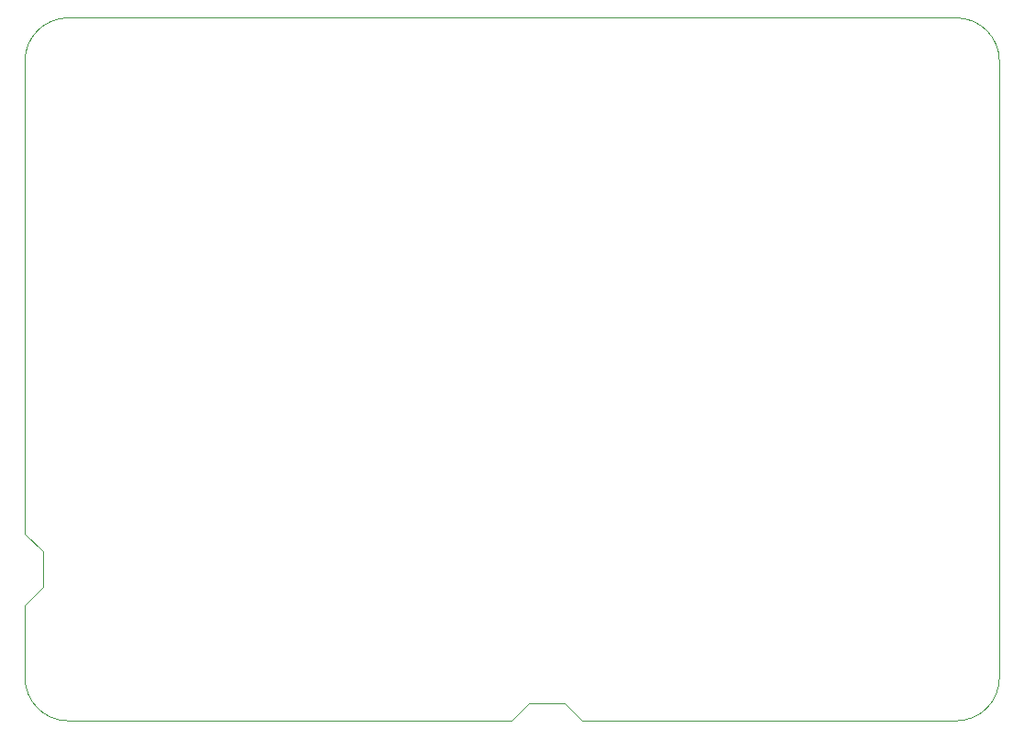
<source format=gm1>
G04 #@! TF.GenerationSoftware,KiCad,Pcbnew,(5.99.0-11031-gb4f5b6ef3c)*
G04 #@! TF.CreationDate,2021-06-15T20:59:53-04:00*
G04 #@! TF.ProjectId,FlySensei_Stack_Actuation_ECAD,466c7953-656e-4736-9569-5f537461636b,0.1*
G04 #@! TF.SameCoordinates,Original*
G04 #@! TF.FileFunction,Profile,NP*
%FSLAX46Y46*%
G04 Gerber Fmt 4.6, Leading zero omitted, Abs format (unit mm)*
G04 Created by KiCad (PCBNEW (5.99.0-11031-gb4f5b6ef3c)) date 2021-06-15 20:59:53*
%MOMM*%
%LPD*%
G01*
G04 APERTURE LIST*
G04 #@! TA.AperFunction,Profile*
%ADD10C,0.100000*%
G04 #@! TD*
G04 APERTURE END LIST*
D10*
X136550000Y-128350000D02*
X134900000Y-130000000D01*
X136550000Y-128350000D02*
X139850000Y-128350000D01*
X139850000Y-128350000D02*
X141500000Y-130000000D01*
X91650000Y-114350000D02*
X91650000Y-117650000D01*
X180000000Y-69000000D02*
X180000000Y-126000000D01*
X180000000Y-69000000D02*
G75*
G03*
X176000000Y-65000000I-4000000J0D01*
G01*
X91650000Y-114350000D02*
X90000000Y-112700000D01*
X141500000Y-130000000D02*
X176000000Y-130000000D01*
X94000000Y-65000000D02*
X176000000Y-65000000D01*
X91650000Y-117650000D02*
X90000000Y-119300000D01*
X90000000Y-126000000D02*
G75*
G03*
X94000000Y-130000000I4000000J0D01*
G01*
X134900000Y-130000000D02*
X94000000Y-130000000D01*
X94000000Y-65000000D02*
G75*
G03*
X90000000Y-69000000I0J-4000000D01*
G01*
X176000000Y-130000000D02*
G75*
G03*
X180000000Y-126000000I0J4000000D01*
G01*
X90000000Y-119300000D02*
X90000000Y-126000000D01*
X90000000Y-112700000D02*
X90000000Y-69000000D01*
M02*

</source>
